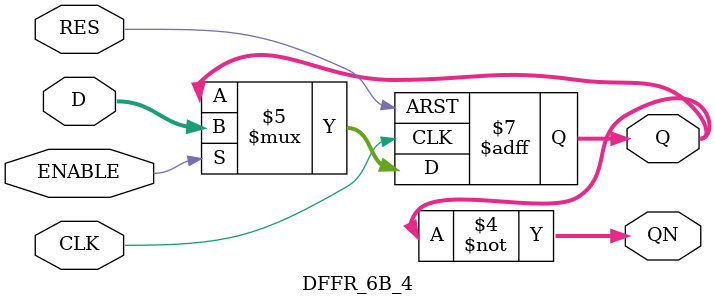
<source format=v>
module DFFR_6B_4(D, CLK, RES, ENABLE, Q, QN);

	 parameter BW = 6;

	 input  signed[BW-1:0] D;
	 input CLK, RES, ENABLE;
	 output  signed[BW-1:0] QN,Q;
	 reg  signed[BW-1:0] Q;

	 always @(posedge CLK or posedge RES) begin
		if( RES == 1'b1) begin
			Q <= 0;
	 end
	 else begin 
	 if(ENABLE == 1'b1)begin
			Q <= D;
	 end
	 end
	 end
	 
	 assign QN = ~Q;
	 
endmodule

</source>
